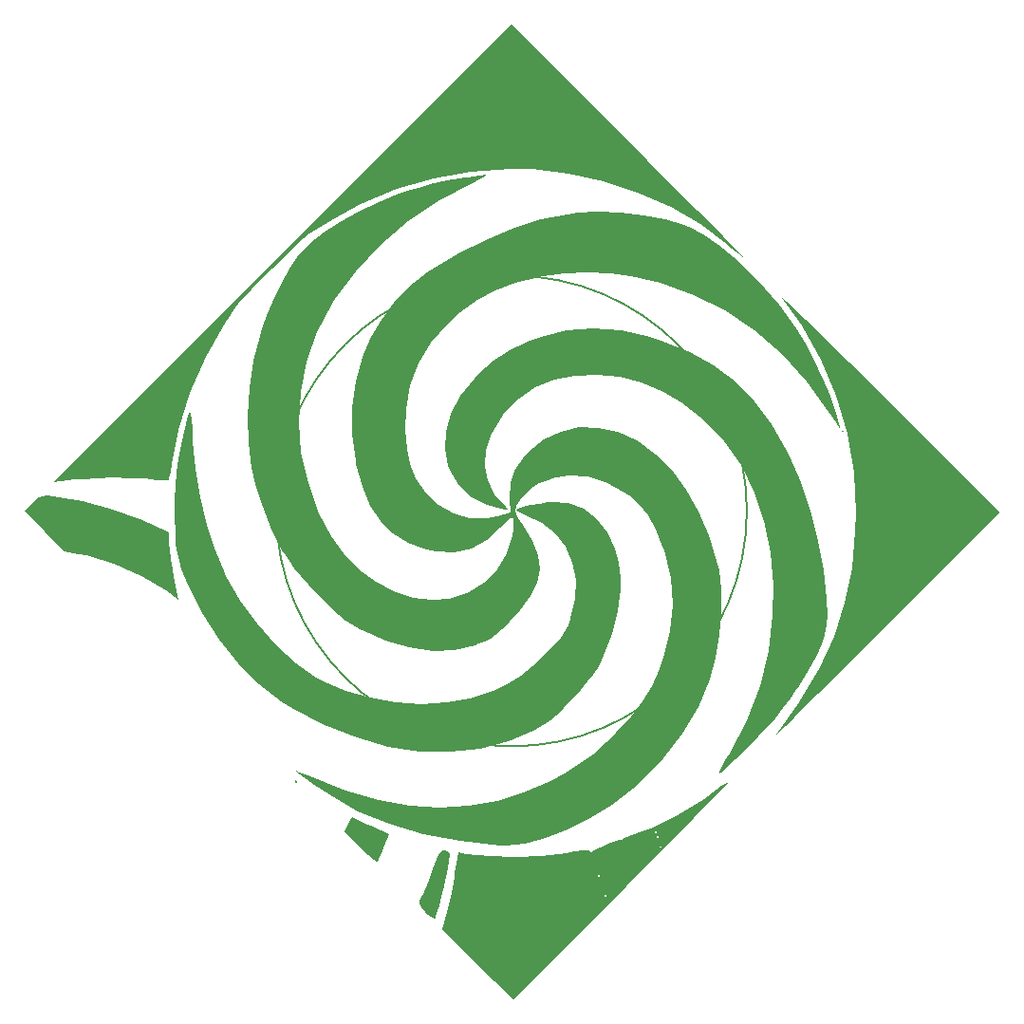
<source format=gto>
G04 #@! TF.GenerationSoftware,KiCad,Pcbnew,8.0.4-1.fc40*
G04 #@! TF.CreationDate,2024-09-11T15:57:50-07:00*
G04 #@! TF.ProjectId,2024-rfid-sao,32303234-2d72-4666-9964-2d73616f2e6b,rev?*
G04 #@! TF.SameCoordinates,Original*
G04 #@! TF.FileFunction,Legend,Top*
G04 #@! TF.FilePolarity,Positive*
%FSLAX46Y46*%
G04 Gerber Fmt 4.6, Leading zero omitted, Abs format (unit mm)*
G04 Created by KiCad (PCBNEW 8.0.4-1.fc40) date 2024-09-11 15:57:50*
%MOMM*%
%LPD*%
G01*
G04 APERTURE LIST*
%ADD10C,0.000000*%
%ADD11C,0.150000*%
G04 APERTURE END LIST*
D10*
G04 #@! TO.C,G\u002A\u002A\u002A*
G36*
X103280633Y-103885394D02*
G01*
X103135790Y-103885395D01*
X103135790Y-103740551D01*
X103280633Y-103740551D01*
X103280633Y-103885394D01*
G37*
G36*
X54585404Y-135060463D02*
G01*
X54589298Y-135099026D01*
X54483306Y-135165253D01*
X54396174Y-135099026D01*
X54329948Y-134926809D01*
X54396174Y-134905902D01*
X54585404Y-135060463D01*
G37*
G36*
X59621508Y-138341692D02*
G01*
X60104444Y-138559226D01*
X60783284Y-138867449D01*
X61106046Y-139014573D01*
X62732995Y-139757001D01*
X62307081Y-140808404D01*
X62050535Y-141440793D01*
X61849088Y-141935728D01*
X61775239Y-142115984D01*
X61653739Y-142167001D01*
X61382549Y-142007304D01*
X60920661Y-141605432D01*
X60227070Y-140929922D01*
X60219554Y-140922405D01*
X58769798Y-139472650D01*
X59068148Y-138854969D01*
X59284025Y-138443255D01*
X59416122Y-138255838D01*
X59422799Y-138254716D01*
X59621508Y-138341692D01*
G37*
G36*
X32746981Y-109601875D02*
G01*
X35398639Y-110038011D01*
X38117925Y-110757601D01*
X40732778Y-111711859D01*
X41685461Y-112136315D01*
X43133482Y-112818849D01*
X43139939Y-113723537D01*
X43183132Y-114317805D01*
X43293936Y-115174817D01*
X43453121Y-116156951D01*
X43559945Y-116729211D01*
X43973495Y-118830198D01*
X42838363Y-118030164D01*
X40640985Y-116703051D01*
X38217169Y-115635466D01*
X35694976Y-114881589D01*
X35096753Y-114754819D01*
X33799381Y-114502232D01*
X32003400Y-112706252D01*
X30207420Y-110910272D01*
X30921937Y-110195755D01*
X31373843Y-109781882D01*
X31760260Y-109588314D01*
X32256289Y-109558069D01*
X32746981Y-109601875D01*
G37*
G36*
X67663162Y-141211623D02*
G01*
X67743922Y-141228942D01*
X68095278Y-141340048D01*
X68189352Y-141412727D01*
X68150882Y-141639478D01*
X68065668Y-142153767D01*
X67965525Y-142762828D01*
X67823485Y-143522588D01*
X67632133Y-144404633D01*
X67415817Y-145312627D01*
X67198887Y-146150234D01*
X67005694Y-146821117D01*
X66860590Y-147228942D01*
X66818746Y-147299737D01*
X66624708Y-147233465D01*
X66252545Y-146941492D01*
X65999304Y-146702155D01*
X65583710Y-146255431D01*
X65429502Y-145953625D01*
X65491328Y-145670089D01*
X65575400Y-145518300D01*
X65766023Y-145125270D01*
X66046950Y-144455291D01*
X66373279Y-143618137D01*
X66571664Y-143082717D01*
X66896922Y-142199641D01*
X67127047Y-141636864D01*
X67303694Y-141328514D01*
X67468514Y-141208724D01*
X67663162Y-141211623D01*
G37*
G36*
X97748642Y-91771239D02*
G01*
X98254217Y-92242901D01*
X98988532Y-92945218D01*
X99931313Y-93858470D01*
X101062288Y-94962939D01*
X102361183Y-96238907D01*
X103807724Y-97666653D01*
X105381639Y-99226459D01*
X106918247Y-100754729D01*
X117257967Y-111055115D01*
X107061055Y-121208623D01*
X105382527Y-122878544D01*
X103800682Y-124449430D01*
X102337526Y-125899609D01*
X101015058Y-127207410D01*
X99855285Y-128351163D01*
X98880207Y-129309198D01*
X98111827Y-130059843D01*
X97572148Y-130581429D01*
X97283173Y-130852285D01*
X97246256Y-130875185D01*
X99354745Y-127955870D01*
X101073197Y-125053572D01*
X102416914Y-122125842D01*
X103401198Y-119130229D01*
X104041352Y-116024288D01*
X104352677Y-112765570D01*
X104389804Y-111058624D01*
X104191991Y-107454657D01*
X103606680Y-103983121D01*
X102635025Y-100647274D01*
X101278176Y-97450374D01*
X99537289Y-94395679D01*
X97504807Y-91598754D01*
X97492081Y-91549950D01*
X97748642Y-91771239D01*
G37*
G36*
X84088956Y-77886105D02*
G01*
X85797590Y-79596160D01*
X87417650Y-81220333D01*
X88926399Y-82735655D01*
X90301100Y-84119157D01*
X91519012Y-85347871D01*
X92557399Y-86398828D01*
X93393523Y-87249060D01*
X94004644Y-87875598D01*
X94368026Y-88255474D01*
X94465065Y-88367366D01*
X94298522Y-88265827D01*
X93894205Y-87949895D01*
X93322157Y-87475512D01*
X92948432Y-87156125D01*
X90545087Y-85337894D01*
X87862532Y-83771127D01*
X84960037Y-82476492D01*
X81896870Y-81474656D01*
X78732302Y-80786286D01*
X75525601Y-80432051D01*
X73542646Y-80389286D01*
X70063101Y-80617825D01*
X66711441Y-81213475D01*
X63448434Y-82187394D01*
X60234847Y-83550737D01*
X57764658Y-84875659D01*
X56921367Y-85372442D01*
X56246888Y-85788329D01*
X55672024Y-86179111D01*
X55127580Y-86600572D01*
X54544357Y-87108506D01*
X53853160Y-87758697D01*
X52984791Y-88606936D01*
X52311686Y-89272000D01*
X51249011Y-90330764D01*
X50426852Y-91172314D01*
X49788817Y-91861718D01*
X49278517Y-92464043D01*
X48839561Y-93044358D01*
X48415561Y-93667731D01*
X48167121Y-94054379D01*
X46387977Y-97197391D01*
X44990383Y-100405782D01*
X43984849Y-103652807D01*
X43534739Y-105842550D01*
X43379596Y-106752017D01*
X43239699Y-107501621D01*
X43131879Y-108005372D01*
X43078092Y-108175957D01*
X42839950Y-108204307D01*
X42338754Y-108170497D01*
X42037667Y-108132702D01*
X40983657Y-108029305D01*
X39655361Y-107969128D01*
X38185928Y-107952557D01*
X36708506Y-107979980D01*
X35356239Y-108051781D01*
X34704154Y-108111420D01*
X32795613Y-108322079D01*
X53227943Y-87889750D01*
X73660272Y-67457420D01*
X84088956Y-77886105D01*
G37*
G36*
X92853194Y-135259797D02*
G01*
X92627744Y-135523902D01*
X92236639Y-135946987D01*
X91663985Y-136545704D01*
X90893885Y-137336709D01*
X89910445Y-138336654D01*
X88697767Y-139562195D01*
X87239959Y-141029985D01*
X85521122Y-142756681D01*
X83892978Y-144390254D01*
X73805115Y-154507967D01*
X73587851Y-154290702D01*
X73298165Y-154001017D01*
X73008479Y-153711331D01*
X72718794Y-153421646D01*
X72139422Y-152842274D01*
X70980680Y-151683531D01*
X70649423Y-151352275D01*
X67493732Y-148196583D01*
X67915907Y-146663381D01*
X68150726Y-145703262D01*
X68232094Y-145310447D01*
X81988735Y-145310447D01*
X82133578Y-145310447D01*
X82133579Y-145165604D01*
X81988735Y-145165604D01*
X81988735Y-145310447D01*
X68232094Y-145310447D01*
X68388179Y-144556929D01*
X68560870Y-143572333D01*
X81409364Y-143572333D01*
X81554206Y-143572333D01*
X81554207Y-143427490D01*
X81409364Y-143427490D01*
X81409364Y-143572333D01*
X68560870Y-143572333D01*
X68583193Y-143445058D01*
X68611491Y-143257535D01*
X68819299Y-141834218D01*
X80829993Y-141834218D01*
X80974836Y-141834219D01*
X80974835Y-141689376D01*
X80829993Y-141689376D01*
X80829993Y-141834218D01*
X68819299Y-141834218D01*
X68884902Y-141384893D01*
X69606149Y-141501669D01*
X71678556Y-141727957D01*
X73965253Y-141789735D01*
X76306718Y-141690130D01*
X78543433Y-141432262D01*
X79230021Y-141313225D01*
X79979517Y-141206778D01*
X80496819Y-141206217D01*
X80696712Y-141303825D01*
X80780239Y-141404935D01*
X80814488Y-141320521D01*
X81019854Y-141169818D01*
X81541920Y-140927283D01*
X81811487Y-140820319D01*
X86913392Y-140820319D01*
X86913392Y-140965161D01*
X87058234Y-140965161D01*
X87058235Y-140820318D01*
X86913392Y-140820319D01*
X81811487Y-140820319D01*
X82306552Y-140623878D01*
X83239611Y-140290568D01*
X83451421Y-140219202D01*
X83776370Y-140096104D01*
X86623706Y-140096104D01*
X86768550Y-140096104D01*
X86768549Y-139951261D01*
X86623707Y-139951261D01*
X86623706Y-140096104D01*
X83776370Y-140096104D01*
X85305772Y-139516733D01*
X86478863Y-139516733D01*
X86478864Y-139661576D01*
X86623706Y-139661576D01*
X86623707Y-139516733D01*
X86478863Y-139516733D01*
X85305772Y-139516733D01*
X86085040Y-139221529D01*
X88500774Y-138039098D01*
X90837111Y-136598388D01*
X92416368Y-135460081D01*
X92694578Y-135254812D01*
X92870716Y-135141906D01*
X92928887Y-135138017D01*
X92853194Y-135259797D01*
G37*
G36*
X83447009Y-94821181D02*
G01*
X86018677Y-95389520D01*
X87209484Y-95767788D01*
X89614439Y-96747017D01*
X91738255Y-97939028D01*
X93621114Y-99380528D01*
X95303199Y-101108228D01*
X96824692Y-103158835D01*
X98225775Y-105569058D01*
X98476922Y-106061168D01*
X99490325Y-108367012D01*
X100357533Y-110903241D01*
X101050846Y-113553726D01*
X101542569Y-116202343D01*
X101805002Y-118732961D01*
X101840709Y-120164408D01*
X101785334Y-121067681D01*
X101619560Y-121943105D01*
X101315585Y-122859157D01*
X100845608Y-123884316D01*
X100181829Y-125087064D01*
X99296445Y-126535876D01*
X99177868Y-126723398D01*
X98556210Y-127661388D01*
X97920372Y-128517800D01*
X97188819Y-129392558D01*
X96280015Y-130385587D01*
X95663406Y-131030449D01*
X94825705Y-131887409D01*
X94028852Y-132684893D01*
X93341843Y-133355105D01*
X92833677Y-133830249D01*
X92668037Y-133973637D01*
X92367283Y-134211411D01*
X92212338Y-134293103D01*
X92216385Y-134176432D01*
X92392608Y-133819120D01*
X92754189Y-133178887D01*
X93104173Y-132574970D01*
X94660877Y-129554038D01*
X95819812Y-126517401D01*
X96592027Y-123422918D01*
X96988575Y-120228445D01*
X97042448Y-117558663D01*
X96800880Y-114615146D01*
X96223490Y-111831976D01*
X95325013Y-109235069D01*
X94120183Y-106850339D01*
X92623732Y-104703703D01*
X90850396Y-102821078D01*
X88814905Y-101228378D01*
X87225760Y-100291458D01*
X85274144Y-99461064D01*
X83276472Y-98947231D01*
X81282421Y-98742468D01*
X79341666Y-98839287D01*
X77503880Y-99230199D01*
X75818742Y-99907712D01*
X74335925Y-100864340D01*
X73105103Y-102092592D01*
X72827778Y-102462206D01*
X71918865Y-104004118D01*
X71398514Y-105483678D01*
X71266887Y-106886699D01*
X71524152Y-108198993D01*
X72170473Y-109406372D01*
X72739166Y-110068605D01*
X73169170Y-110514474D01*
X73327404Y-110739221D01*
X73239158Y-110803845D01*
X73036325Y-110785345D01*
X71432266Y-110382028D01*
X70080100Y-109675154D01*
X69002874Y-108682536D01*
X68223634Y-107421981D01*
X68021972Y-106910339D01*
X67708829Y-105383083D01*
X67792629Y-103815465D01*
X68265598Y-102230659D01*
X69119958Y-100651835D01*
X70347935Y-99102167D01*
X70798774Y-98635752D01*
X72093488Y-97500611D01*
X73493135Y-96587868D01*
X75113415Y-95829279D01*
X76266219Y-95410865D01*
X78595959Y-94832676D01*
X80981162Y-94635840D01*
X83447009Y-94821181D01*
G37*
G36*
X45056232Y-102220268D02*
G01*
X45120134Y-102732414D01*
X45179791Y-103618933D01*
X45237837Y-104731625D01*
X45464112Y-107194813D01*
X45886350Y-109710462D01*
X46477612Y-112168688D01*
X47210954Y-114459604D01*
X48059438Y-116473329D01*
X48172113Y-116699805D01*
X49455742Y-118919824D01*
X50963716Y-120996061D01*
X52639270Y-122867302D01*
X54425637Y-124472337D01*
X56266048Y-125749952D01*
X56883737Y-126093536D01*
X58861469Y-126944079D01*
X61044874Y-127570455D01*
X63339761Y-127963662D01*
X65651937Y-128114696D01*
X67887210Y-128014559D01*
X69951390Y-127654246D01*
X70756356Y-127419275D01*
X72210999Y-126886433D01*
X73409577Y-126319448D01*
X74478110Y-125639675D01*
X75542619Y-124768470D01*
X76559063Y-123798074D01*
X77334948Y-123016825D01*
X77878709Y-122439858D01*
X78249913Y-121983793D01*
X78508130Y-121565246D01*
X78712927Y-121100835D01*
X78923870Y-120507178D01*
X78936463Y-120470209D01*
X79339111Y-118752132D01*
X79380909Y-117092744D01*
X79081766Y-115537587D01*
X78461596Y-114132199D01*
X77540306Y-112922119D01*
X76337807Y-111952888D01*
X74920893Y-111285712D01*
X74397449Y-111084059D01*
X74085129Y-110915995D01*
X74046520Y-110866743D01*
X74232036Y-110732955D01*
X74718045Y-110570843D01*
X75398743Y-110404574D01*
X76168320Y-110258314D01*
X76920970Y-110156229D01*
X77280473Y-110128112D01*
X78749320Y-110240246D01*
X80062049Y-110729374D01*
X81208474Y-111589689D01*
X82178405Y-112815378D01*
X82277128Y-112977733D01*
X82902589Y-114229909D01*
X83273113Y-115498920D01*
X83420778Y-116922422D01*
X83417068Y-117869555D01*
X83186242Y-119814788D01*
X82632011Y-121897613D01*
X81776741Y-124035901D01*
X81685067Y-124229716D01*
X81339744Y-124899497D01*
X80959897Y-125505186D01*
X80477179Y-126137726D01*
X79823244Y-126888065D01*
X79109363Y-127657105D01*
X78291738Y-128512240D01*
X77661357Y-129131782D01*
X77133327Y-129586365D01*
X76622760Y-129946630D01*
X76044765Y-130283212D01*
X75788917Y-130420058D01*
X73399056Y-131451883D01*
X70864221Y-132115800D01*
X68212930Y-132415028D01*
X65473700Y-132352785D01*
X62675049Y-131932294D01*
X59845494Y-131156772D01*
X57013551Y-130029440D01*
X54207740Y-128553517D01*
X53084349Y-127856690D01*
X51137341Y-126375858D01*
X49295232Y-124545125D01*
X47599252Y-122419292D01*
X46090627Y-120053157D01*
X44810586Y-117501520D01*
X44244131Y-116106570D01*
X44001635Y-115382007D01*
X43832535Y-114657669D01*
X43723496Y-113831782D01*
X43661184Y-112802570D01*
X43632265Y-111468255D01*
X43631889Y-111433438D01*
X43632150Y-109954717D01*
X43677075Y-108693679D01*
X43781091Y-107525032D01*
X43958621Y-106323482D01*
X44224092Y-104963738D01*
X44540145Y-103544444D01*
X44730042Y-102744586D01*
X44872087Y-102244904D01*
X44977184Y-102063949D01*
X45056232Y-102220268D01*
G37*
G36*
X71397718Y-80973030D02*
G01*
X71129828Y-81150707D01*
X70593235Y-81430134D01*
X70165121Y-81633096D01*
X67195576Y-83201271D01*
X64445350Y-85058808D01*
X61953501Y-87172023D01*
X59759084Y-89507233D01*
X57901157Y-92030754D01*
X57654455Y-92422548D01*
X56325853Y-94953787D01*
X55385952Y-97583341D01*
X54834844Y-100279846D01*
X54672616Y-103011939D01*
X54899360Y-105748254D01*
X55515167Y-108457427D01*
X56520124Y-111108095D01*
X57594882Y-113149579D01*
X58720449Y-114724130D01*
X60068285Y-116089449D01*
X61581087Y-117215383D01*
X63201556Y-118071780D01*
X64872391Y-118628490D01*
X66536291Y-118855361D01*
X68135956Y-118722241D01*
X68171133Y-118714793D01*
X69820604Y-118166948D01*
X71227752Y-117300211D01*
X72364961Y-116144602D01*
X73204616Y-114730133D01*
X73719103Y-113086822D01*
X73800251Y-112596265D01*
X73864435Y-111905197D01*
X73801592Y-111562642D01*
X73581096Y-111563605D01*
X73172321Y-111903089D01*
X72689188Y-112415021D01*
X71446905Y-113528388D01*
X70086258Y-114249683D01*
X68605566Y-114579393D01*
X67003144Y-114517997D01*
X66070280Y-114317959D01*
X64457632Y-113734123D01*
X63104001Y-112915537D01*
X61985885Y-111832801D01*
X61079780Y-110456518D01*
X60362183Y-108757289D01*
X59809591Y-106705717D01*
X59748399Y-106410358D01*
X59442913Y-104062466D01*
X59445313Y-101685555D01*
X59745134Y-99368153D01*
X60331914Y-97198791D01*
X61029068Y-95574665D01*
X62045119Y-93834130D01*
X63199377Y-92308683D01*
X64553447Y-90938911D01*
X66168935Y-89665404D01*
X68107450Y-88428755D01*
X68913018Y-87971890D01*
X71513599Y-86643361D01*
X73951532Y-85627139D01*
X76297610Y-84898865D01*
X78622622Y-84434181D01*
X79524882Y-84320631D01*
X81400446Y-84223019D01*
X83410156Y-84295585D01*
X85433645Y-84522938D01*
X87350549Y-84889686D01*
X89040497Y-85380440D01*
X89640146Y-85614054D01*
X90795044Y-86232680D01*
X92098526Y-87143982D01*
X93488864Y-88289066D01*
X94904326Y-89609034D01*
X96283181Y-91044993D01*
X97563701Y-92538045D01*
X98684153Y-94029295D01*
X99077542Y-94618100D01*
X99890330Y-95982310D01*
X100705144Y-97523722D01*
X101463619Y-99118747D01*
X102107384Y-100643798D01*
X102578074Y-101975285D01*
X102622493Y-102124221D01*
X102818301Y-102823317D01*
X102950645Y-103345425D01*
X102993999Y-103588965D01*
X102991988Y-103594668D01*
X102870049Y-103455137D01*
X102581165Y-103043877D01*
X102176961Y-102435657D01*
X101958464Y-102097772D01*
X99986833Y-99368454D01*
X97774276Y-96939615D01*
X95344652Y-94827708D01*
X92721819Y-93049182D01*
X89929637Y-91620487D01*
X86991964Y-90558074D01*
X84330573Y-89943524D01*
X82484499Y-89728686D01*
X80444015Y-89664477D01*
X78388220Y-89748546D01*
X76496214Y-89978543D01*
X76104763Y-90051492D01*
X73994782Y-90566941D01*
X72186937Y-91224525D01*
X70584353Y-92073500D01*
X69090155Y-93163123D01*
X67953862Y-94195806D01*
X66465870Y-95896724D01*
X65359698Y-97717380D01*
X64623354Y-99687919D01*
X64244850Y-101838487D01*
X64190267Y-103658374D01*
X64316264Y-105361425D01*
X64616953Y-106771418D01*
X65121248Y-107978162D01*
X65858065Y-109071460D01*
X65980976Y-109220054D01*
X67188088Y-110378429D01*
X68523810Y-111168191D01*
X69955028Y-111577984D01*
X71448624Y-111596461D01*
X72373898Y-111411372D01*
X73579479Y-111073044D01*
X73524868Y-109794054D01*
X73595161Y-108449936D01*
X73959489Y-107288868D01*
X74659688Y-106206941D01*
X75215080Y-105595912D01*
X76552314Y-104523619D01*
X78049250Y-103812797D01*
X79666718Y-103466746D01*
X81365546Y-103488767D01*
X83106567Y-103882161D01*
X84850609Y-104650229D01*
X85056331Y-104766626D01*
X86553003Y-105847066D01*
X87959758Y-107277522D01*
X89241867Y-109002066D01*
X90364601Y-110964773D01*
X91293233Y-113109715D01*
X91993033Y-115380967D01*
X92189358Y-116253751D01*
X92397231Y-117947389D01*
X92406544Y-119877840D01*
X92227502Y-121929420D01*
X91870312Y-123986445D01*
X91345175Y-125933232D01*
X91331961Y-125973491D01*
X90321695Y-128419209D01*
X88943802Y-130785915D01*
X87239860Y-133014369D01*
X85251444Y-135045330D01*
X84522047Y-135676959D01*
X82639347Y-137097999D01*
X80673905Y-138322152D01*
X78685622Y-139323992D01*
X76734401Y-140078089D01*
X74880144Y-140559015D01*
X73182755Y-140741341D01*
X72620908Y-140728940D01*
X69065303Y-140372042D01*
X65798084Y-139753064D01*
X62783337Y-138860256D01*
X59985148Y-137681868D01*
X57367603Y-136206149D01*
X56053456Y-135308304D01*
X55397177Y-134835374D01*
X54816923Y-134423489D01*
X54453789Y-134172355D01*
X54434174Y-134119603D01*
X54732570Y-134211892D01*
X55291910Y-134429477D01*
X55749919Y-134620861D01*
X58870123Y-135826982D01*
X61801821Y-136692304D01*
X64582690Y-137217614D01*
X67250403Y-137403696D01*
X69842637Y-137251331D01*
X72397065Y-136761307D01*
X74951364Y-135934406D01*
X76954931Y-135062300D01*
X78439219Y-134295690D01*
X79718785Y-133504031D01*
X80912757Y-132600386D01*
X82140264Y-131497819D01*
X82983845Y-130662531D01*
X84311797Y-129223445D01*
X85353035Y-127874243D01*
X86178087Y-126504277D01*
X86857482Y-125002896D01*
X87212640Y-124028112D01*
X87827128Y-121642479D01*
X88039436Y-119272211D01*
X87849334Y-116888874D01*
X87256594Y-114464034D01*
X87132828Y-114094643D01*
X86521120Y-112540152D01*
X85858461Y-111314108D01*
X85088415Y-110335319D01*
X84154539Y-109522591D01*
X83769766Y-109256594D01*
X82079199Y-108343014D01*
X80415663Y-107832107D01*
X78786440Y-107725199D01*
X77198812Y-108023611D01*
X77123569Y-108048222D01*
X76127467Y-108450407D01*
X75374184Y-108938307D01*
X75022573Y-109258285D01*
X74387476Y-109938492D01*
X74055552Y-110470150D01*
X74012736Y-110963930D01*
X74244966Y-111530504D01*
X74653787Y-112160146D01*
X75512772Y-113569585D01*
X76020778Y-114864045D01*
X76171876Y-116088238D01*
X75960130Y-117286872D01*
X75379610Y-118504659D01*
X74424384Y-119786306D01*
X73512383Y-120762631D01*
X72790179Y-121474666D01*
X72250481Y-121962101D01*
X71790874Y-122294715D01*
X71308947Y-122542285D01*
X70702286Y-122774588D01*
X70411075Y-122875666D01*
X68576754Y-123296956D01*
X66596477Y-123369200D01*
X64525633Y-123100139D01*
X62419613Y-122497510D01*
X60333805Y-121569055D01*
X60080302Y-121432150D01*
X59434369Y-121057850D01*
X58864569Y-120673857D01*
X58289984Y-120213436D01*
X57629692Y-119609855D01*
X56802776Y-118796382D01*
X56437813Y-118428260D01*
X55522927Y-117487052D01*
X54832160Y-116731927D01*
X54290367Y-116069194D01*
X53822401Y-115405162D01*
X53353116Y-114646136D01*
X53214500Y-114409431D01*
X52282265Y-112585757D01*
X51453459Y-110546156D01*
X50797626Y-108476419D01*
X50475265Y-107091240D01*
X50196017Y-104884744D01*
X50138878Y-102470594D01*
X50293999Y-99978824D01*
X50651534Y-97539466D01*
X51201636Y-95282555D01*
X51420559Y-94609116D01*
X51920195Y-93309253D01*
X52530879Y-91926448D01*
X53200572Y-90563467D01*
X53877234Y-89323076D01*
X54508826Y-88308040D01*
X54841337Y-87853882D01*
X55701827Y-86976402D01*
X56897053Y-86046155D01*
X58362397Y-85101768D01*
X60033241Y-84181868D01*
X61844970Y-83325082D01*
X63597684Y-82619504D01*
X64387388Y-82355997D01*
X65364403Y-82069963D01*
X66424864Y-81787242D01*
X67464903Y-81533674D01*
X68380652Y-81335098D01*
X69068243Y-81217354D01*
X69318409Y-81196313D01*
X69743933Y-81162567D01*
X70232966Y-81096969D01*
X70871193Y-80998511D01*
X71343811Y-80928828D01*
X71397718Y-80973030D01*
G37*
D11*
G04 #@! TO.C,L1*
X94660271Y-110910272D02*
G75*
G02*
X52660273Y-110910272I-20999999J0D01*
G01*
X52660273Y-110910272D02*
G75*
G02*
X94660271Y-110910272I20999999J0D01*
G01*
G04 #@! TD*
M02*

</source>
